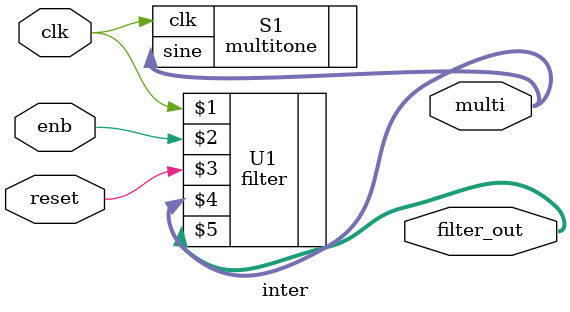
<source format=v>
`include "filter.v"
`timescale 1ns / 1ps


module inter(
		clk, 
		enb, 
		reset, 
		filter_out, 
		multi);
		
input clk,enb,reset;
output [15 : 0] multi;
output [17 : 0] filter_out;

multitone S1(.clk(clk),.sine(multi));



 
		
filter U1( clk, //input clk
 enb, // output rfd
 reset, // output rdy
 multi, // input [15 : 0] din   
 filter_out); //output [32 : 0] dout 
endmodule

  


</source>
